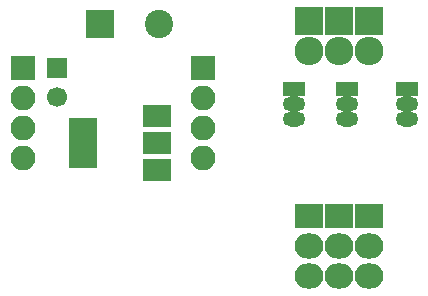
<source format=gbr>
G04 #@! TF.FileFunction,Soldermask,Bot*
%FSLAX46Y46*%
G04 Gerber Fmt 4.6, Leading zero omitted, Abs format (unit mm)*
G04 Created by KiCad (PCBNEW 4.0.6) date Saturday, July 01, 2017 'PMt' 08:50:16 PM*
%MOMM*%
%LPD*%
G01*
G04 APERTURE LIST*
%ADD10C,0.100000*%
%ADD11R,2.400000X2.400000*%
%ADD12C,2.400000*%
%ADD13R,1.700000X1.700000*%
%ADD14C,1.700000*%
%ADD15R,2.100000X2.100000*%
%ADD16O,2.100000X2.100000*%
%ADD17R,2.400000X4.200000*%
%ADD18R,2.400000X1.900000*%
%ADD19O,1.900000X1.300000*%
%ADD20R,1.900000X1.300000*%
%ADD21R,2.432000X2.432000*%
%ADD22O,2.432000X2.432000*%
%ADD23R,2.432000X2.127200*%
%ADD24O,2.432000X2.127200*%
G04 APERTURE END LIST*
D10*
D11*
X147247600Y-103784400D03*
D12*
X152247600Y-103784400D03*
D13*
X143611600Y-107467400D03*
D14*
X143611600Y-109967400D03*
D15*
X155930600Y-107467400D03*
D16*
X155930600Y-110007400D03*
X155930600Y-112547400D03*
X155930600Y-115087400D03*
D15*
X140690600Y-107467400D03*
D16*
X140690600Y-110007400D03*
X140690600Y-112547400D03*
X140690600Y-115087400D03*
D17*
X145795600Y-113817400D03*
D18*
X152095600Y-113817400D03*
X152095600Y-116117400D03*
X152095600Y-111517400D03*
D19*
X163677600Y-110515400D03*
X163677600Y-111785400D03*
D20*
X163677600Y-109245400D03*
D19*
X168122600Y-110515400D03*
X168122600Y-111785400D03*
D20*
X168122600Y-109245400D03*
D19*
X173202600Y-110515400D03*
X173202600Y-111785400D03*
D20*
X173202600Y-109245400D03*
D21*
X164947600Y-103530400D03*
D22*
X164947600Y-106070400D03*
D21*
X167487600Y-103530400D03*
D22*
X167487600Y-106070400D03*
D21*
X170027600Y-103530400D03*
D22*
X170027600Y-106070400D03*
D23*
X164947600Y-120040400D03*
D24*
X164947600Y-122580400D03*
X164947600Y-125120400D03*
D23*
X167487600Y-120040400D03*
D24*
X167487600Y-122580400D03*
X167487600Y-125120400D03*
D23*
X170027600Y-120040400D03*
D24*
X170027600Y-122580400D03*
X170027600Y-125120400D03*
M02*

</source>
